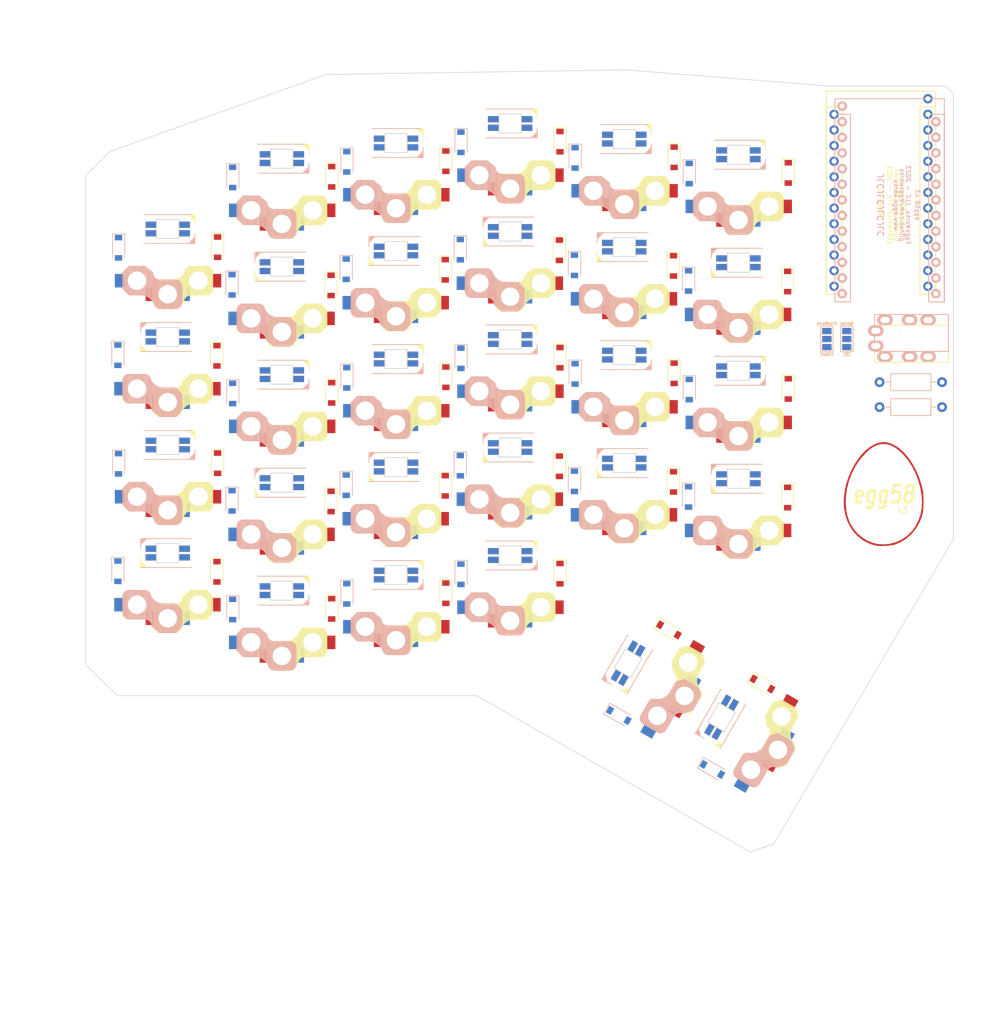
<source format=kicad_pcb>
(kicad_pcb (version 20211014) (generator pcbnew)
  (layers (0 "F.Cu" signal) (31 "B.Cu" signal) (34 "B.Paste" user) (35 "F.Paste" user) (36 "B.SilkS" user "B.Silkscreen") (37 "F.SilkS" user "F.Silkscreen") (38 "B.Mask" user) (39 "F.Mask" user) (44 "Edge.Cuts" user))
  (net 0 "")
  (net 1 "Row1")
  (net 2 "Row2")
  (net 3 "Row3")
  (net 4 "Row4")
  (net 5 "Row5")
  (net 6 "Col1")
  (net 7 "Col2")
  (net 8 "Col3")
  (net 9 "Col4")
  (net 10 "Col5")
  (net 11 "Col6")
  (net 12 "GND")
  (net 17 "Net-(SW11-Pad2)")
  (net 18 "RGB")
  (net 19 "Net-(SW12-Pad4)")
  (net 20 "Net-(SW14-Pad4)")
  (net 21 "Net-(SW21-Pad2)")
  (net 22 "Net-(SW23-Pad2)")
  (net 23 "Net-(SW25-Pad2)")
  (net 24 "Net-(SW31-Pad2)")
  (net 25 "Net-(SW32-Pad4)")
  (net 26 "Net-(SW34-Pad4)")
  (net 27 "Net-(SW41-Pad2)")
  (net 28 "Net-(SW43-Pad2)")
  (net 29 "Net-(SW45-Pad2)")
  (net 30 "Net-(SW11-Pad4)")
  (net 31 "Net-(SW13-Pad4)")
  (net 32 "Net-(SW15-Pad4)")
  (net 33 "Net-(SW22-Pad2)")
  (net 34 "Net-(SW24-Pad2)")
  (net 35 "Net-(SW26-Pad2)")
  (net 36 "Net-(SW31-Pad4)")
  (net 37 "Net-(SW33-Pad4)")
  (net 38 "Net-(SW35-Pad4)")
  (net 39 "Net-(SW42-Pad2)")
  (net 40 "Net-(SW44-Pad2)")
  (net 41 "Net-(SW46-Pad2)")
  (net 42 "Net-(SW52-Pad4)")
  (net 43 "Net-(SW53-Pad4)")
  (net 44 "Net-(SW54-Pad4)")
  (net 45 "Net-(SW55-Pad4)")
  (net 47 "SCL")
  (net 48 "SDA")
  (net 49 "VCC")
  (net 50 "VBUS")
  (net 51 "Net-(SW11-Pad6)")
  (net 52 "Net-(SW12-Pad6)")
  (net 53 "Net-(SW13-Pad6)")
  (net 54 "Net-(SW14-Pad6)")
  (net 55 "Net-(SW15-Pad6)")
  (net 56 "Net-(SW16-Pad6)")
  (net 57 "Net-(SW21-Pad6)")
  (net 58 "Net-(SW22-Pad6)")
  (net 59 "Net-(SW23-Pad6)")
  (net 60 "Net-(SW24-Pad6)")
  (net 61 "Net-(SW25-Pad6)")
  (net 62 "Net-(SW26-Pad6)")
  (net 63 "Net-(SW31-Pad6)")
  (net 64 "Net-(SW32-Pad6)")
  (net 65 "Net-(SW33-Pad6)")
  (net 66 "Net-(SW34-Pad6)")
  (net 67 "Net-(SW35-Pad6)")
  (net 68 "Net-(SW36-Pad6)")
  (net 69 "Net-(SW41-Pad6)")
  (net 70 "Net-(SW42-Pad6)")
  (net 71 "Net-(SW43-Pad6)")
  (net 72 "Net-(SW44-Pad6)")
  (net 73 "Net-(SW45-Pad6)")
  (net 74 "Net-(SW46-Pad6)")
  (net 75 "Net-(SW52-Pad6)")
  (net 76 "Net-(SW53-Pad6)")
  (net 77 "Net-(SW54-Pad6)")
  (net 78 "Net-(SW55-Pad6)")
  (net 79 "Net-(SW56-Pad6)")
  (net 80 "DATA")
  (net 81 "SERIAL")
  (net 82 "VREG")
  (footprint "egg58v2:ProMicro" (layer "F.Cu") (at 166.920335 59.855589)
    (fp_text reference "U1" hide)
    (fp_text value "Elite-C" hide)
  )
  (footprint "egg58v2:Choc_Hotswap_SK6812MiniE" (layer "F.Cu") (at 142.545335 56.350589 180)
    (fp_text reference "SW16" hide)
    (fp_text value "SW_PUSH_LED" hide)
    (fp_line (start 1.8 3.149) (end -1.8 3.149) (layer "Edge.Cuts") (width 0.12))
    (fp_line (start 1.8 6.249) (end 1.8 3.149) (layer "Edge.Cuts") (width 0.12))
    (fp_line (start -1.8 3.149) (end -1.8 6.249) (layer "Edge.Cuts") (width 0.12))
    (fp_line (start -1.8 6.249) (end 1.8 6.249) (layer "Edge.Cuts") (width 0.12))
  )
  (footprint "egg58v2:Choc_Hotswap_SK6812MiniE" (layer "F.Cu") (at 123.995335 53.810589 180)
    (fp_text reference "SW15" hide)
    (fp_text value "SW_PUSH_LED" hide)
    (fp_line (start -1.8 3.149) (end -1.8 6.249) (layer "Edge.Cuts") (width 0.12))
    (fp_line (start -1.8 6.249) (end 1.8 6.249) (layer "Edge.Cuts") (width 0.12))
    (fp_line (start 1.8 6.249) (end 1.8 3.149) (layer "Edge.Cuts") (width 0.12))
    (fp_line (start 1.8 3.149) (end -1.8 3.149) (layer "Edge.Cuts") (width 0.12))
  )
  (footprint "egg58v2:Choc_Hotswap_SK6812MiniE" (layer "F.Cu") (at 49.795335 103.515589 180)
    (fp_text reference "SW31" hide)
    (fp_text value "SW_PUSH_LED" hide)
    (fp_line (start 1.8 6.249) (end 1.8 3.149) (layer "Edge.Cuts") (width 0.12))
    (fp_line (start -1.8 6.249) (end 1.8 6.249) (layer "Edge.Cuts") (width 0.12))
    (fp_line (start -1.8 3.149) (end -1.8 6.249) (layer "Edge.Cuts") (width 0.12))
    (fp_line (start 1.8 3.149) (end -1.8 3.149) (layer "Edge.Cuts") (width 0.12))
  )
  (footprint "egg58v2:Choc_Hotswap_SK6812MiniE" (layer "F.Cu") (at 105.445335 121.470589 180)
    (fp_text reference "SW54" hide)
    (fp_text value "SW_PUSH_LED" hide)
    (fp_line (start 1.8 6.249) (end 1.8 3.149) (layer "Edge.Cuts") (width 0.12))
    (fp_line (start -1.8 3.149) (end -1.8 6.249) (layer "Edge.Cuts") (width 0.12))
    (fp_line (start -1.8 6.249) (end 1.8 6.249) (layer "Edge.Cuts") (width 0.12))
    (fp_line (start 1.8 3.149) (end -1.8 3.149) (layer "Edge.Cuts") (width 0.12))
  )
  (footprint "egg58v2:Choc_Hotswap_SK6812MiniE" (layer "F.Cu") (at 49.795335 68.415169 180)
    (fp_text reference "SW11" hide)
    (fp_text value "SW_PUSH_LED" hide)
    (fp_line (start -1.8 6.249) (end 1.8 6.249) (layer "Edge.Cuts") (width 0.12))
    (fp_line (start 1.8 3.149) (end -1.8 3.149) (layer "Edge.Cuts") (width 0.12))
    (fp_line (start -1.8 3.149) (end -1.8 6.249) (layer "Edge.Cuts") (width 0.12))
    (fp_line (start 1.8 6.249) (end 1.8 3.149) (layer "Edge.Cuts") (width 0.12))
  )
  (footprint "egg58v2:egg58logo" (layer "F.Cu") (at 166.170335 106.855589)
    (fp_text reference "#LOGO1" hide)
    (fp_text value "LOGO" hide)
  )
  (footprint "egg58v2:Choc_Hotswap_SK6812MiniE" (layer "F.Cu") (at 142.545335 91.450589 180)
    (fp_text reference "SW36" hide)
    (fp_text value "SW_PUSH_LED" hide)
    (fp_line (start -1.8 6.249) (end 1.8 6.249) (layer "Edge.Cuts") (width 0.12))
    (fp_line (start 1.8 6.249) (end 1.8 3.149) (layer "Edge.Cuts") (width 0.12))
    (fp_line (start -1.8 3.149) (end -1.8 6.249) (layer "Edge.Cuts") (width 0.12))
    (fp_line (start 1.8 3.149) (end -1.8 3.149) (layer "Edge.Cuts") (width 0.12))
  )
  (footprint "egg58v2:Choc_Hotswap_SK6812MiniE" (layer "F.Cu") (at 105.445335 86.370589 180)
    (fp_text reference "SW34" hide)
    (fp_text value "SW_PUSH_LED" hide)
    (fp_line (start 1.8 3.149) (end -1.8 3.149) (layer "Edge.Cuts") (width 0.12))
    (fp_line (start -1.8 3.149) (end -1.8 6.249) (layer "Edge.Cuts") (width 0.12))
    (fp_line (start 1.8 6.249) (end 1.8 3.149) (layer "Edge.Cuts") (width 0.12))
    (fp_line (start -1.8 6.249) (end 1.8 6.249) (layer "Edge.Cuts") (width 0.12))
  )
  (footprint "egg58v2:Choc_Hotswap_SK6812MiniE" (layer "F.Cu") (at 86.895335 54.445589 180)
    (fp_text reference "SW13" hide)
    (fp_text value "SW_PUSH_LED" hide)
    (fp_line (start 1.8 3.149) (end -1.8 3.149) (layer "Edge.Cuts") (width 0.12))
    (fp_line (start -1.8 3.149) (end -1.8 6.249) (layer "Edge.Cuts") (width 0.12))
    (fp_line (start -1.8 6.249) (end 1.8 6.249) (layer "Edge.Cuts") (width 0.12))
    (fp_line (start 1.8 6.249) (end 1.8 3.149) (layer "Edge.Cuts") (width 0.12))
  )
  (footprint "egg58v2:Choc_Hotswap_SK6812MiniE" (layer "F.Cu") (at 68.345335 92.085589 180)
    (fp_text reference "SW32" hide)
    (fp_text value "SW_PUSH_LED" hide)
    (fp_line (start 1.8 3.149) (end -1.8 3.149) (layer "Edge.Cuts") (width 0.12))
    (fp_line (start 1.8 6.249) (end 1.8 3.149) (layer "Edge.Cuts") (width 0.12))
    (fp_line (start -1.8 6.249) (end 1.8 6.249) (layer "Edge.Cuts") (width 0.12))
    (fp_line (start -1.8 3.149) (end -1.8 6.249) (layer "Edge.Cuts") (width 0.12))
  )
  (footprint "egg58v2:Choc_Hotswap_SK6812MiniE" (layer "F.Cu") (at 68.345335 127.185589 180)
    (fp_text reference "SW52" hide)
    (fp_text value "SW_PUSH_LED" hide)
    (fp_line (start 1.8 6.249) (end 1.8 3.149) (layer "Edge.Cuts") (width 0.12))
    (fp_line (start -1.8 3.149) (end -1.8 6.249) (layer "Edge.Cuts") (width 0.12))
    (fp_line (start -1.8 6.249) (end 1.8 6.249) (layer "Edge.Cuts") (width 0.12))
    (fp_line (start 1.8 3.149) (end -1.8 3.149) (layer "Edge.Cuts") (width 0.12))
  )
  (footprint "egg58v2:Choc_Hotswap_SK6812MiniE" (layer "F.Cu") (at 105.445335 51.270589 180)
    (fp_text reference "SW14" hide)
    (fp_text value "SW_PUSH_LED" hide)
    (fp_line (start 1.8 6.249) (end 1.8 3.149) (layer "Edge.Cuts") (width 0.12))
    (fp_line (start -1.8 6.249) (end 1.8 6.249) (layer "Edge.Cuts") (width 0.12))
    (fp_line (start 1.8 3.149) (end -1.8 3.149) (layer "Edge.Cuts") (width 0.12))
    (fp_line (start -1.8 3.149) (end -1.8 6.249) (layer "Edge.Cuts") (width 0.12))
  )
  (footprint "egg58v2:Choc_Hotswap_SK6812MiniE" (layer "F.Cu") (at 123.995335 88.910589 180)
    (fp_text reference "SW35" hide)
    (fp_text value "SW_PUSH_LED" hide)
    (fp_line (start -1.8 3.149) (end -1.8 6.249) (layer "Edge.Cuts") (width 0.12))
    (fp_line (start 1.8 6.249) (end 1.8 3.149) (layer "Edge.Cuts") (width 0.12))
    (fp_line (start 1.8 3.149) (end -1.8 3.149) (layer "Edge.Cuts") (width 0.12))
    (fp_line (start -1.8 6.249) (end 1.8 6.249) (layer "Edge.Cuts") (width 0.12))
  )
  (footprint "egg58v2:Choc_Hotswap_SK6812MiniE" (layer "F.Cu") (at 86.895335 124.645589 180)
    (fp_text reference "SW53" hide)
    (fp_text value "SW_PUSH_LED" hide)
    (fp_line (start -1.8 3.149) (end -1.8 6.249) (layer "Edge.Cuts") (width 0.12))
    (fp_line (start 1.8 3.149) (end -1.8 3.149) (layer "Edge.Cuts") (width 0.12))
    (fp_line (start -1.8 6.249) (end 1.8 6.249) (layer "Edge.Cuts") (width 0.12))
    (fp_line (start 1.8 6.249) (end 1.8 3.149) (layer "Edge.Cuts") (width 0.12))
  )
  (footprint "egg58v2:Choc_Hotswap_SK6812MiniE" (layer "F.Cu") (at 86.895335 89.545589 180)
    (fp_text reference "SW33" hide)
    (fp_text value "SW_PUSH_LED" hide)
    (fp_line (start -1.8 3.149) (end -1.8 6.249) (layer "Edge.Cuts") (width 0.12))
    (fp_line (start -1.8 6.249) (end 1.8 6.249) (layer "Edge.Cuts") (width 0.12))
    (fp_line (start 1.8 6.249) (end 1.8 3.149) (layer "Edge.Cuts") (width 0.12))
    (fp_line (start 1.8 3.149) (end -1.8 3.149) (layer "Edge.Cuts") (width 0.12))
  )
  (footprint "egg58v2:Choc_Hotswap_SK6812MiniE" (layer "F.Cu") (at 68.345335 56.985589 180)
    (fp_text reference "SW12" hide)
    (fp_text value "SW_PUSH_LED" hide)
    (fp_line (start 1.8 6.249) (end 1.8 3.149) (layer "Edge.Cuts") (width 0.12))
    (fp_line (start -1.8 6.249) (end 1.8 6.249) (layer "Edge.Cuts") (width 0.12))
    (fp_line (start 1.8 3.149) (end -1.8 3.149) (layer "Edge.Cuts") (width 0.12))
    (fp_line (start -1.8 3.149) (end -1.8 6.249) (layer "Edge.Cuts") (width 0.12))
  )
  (footprint "egg58v2:MJ-4PP-9" (layer "B.Cu") (at 176.670335 80.605589 90)
    (fp_text reference "J1")
    (fp_text value "AudioJack4" hide)
  )
  (footprint "egg58v2:Choc_Hotswap_SK6812MiniE" (layer "B.Cu") (at 68.345335 74.535589)
    (fp_text reference "SW22" hide)
    (fp_text value "SW_PUSH_LED" hide)
    (fp_line (start 1.8 -3.149) (end -1.8 -3.149) (layer "Edge.Cuts") (width 0.12))
    (fp_line (start -1.8 -6.249) (end 1.8 -6.249) (layer "Edge.Cuts") (width 0.12))
    (fp_line (start -1.8 -3.149) (end -1.8 -6.249) (layer "Edge.Cuts") (width 0.12))
    (fp_line (start 1.8 -6.249) (end 1.8 -3.149) (layer "Edge.Cuts") (width 0.12))
  )
  (footprint "egg58v2:Choc_Hotswap_SK6812MiniE" (layer "B.Cu") (at 143.87136 145.400435 60)
    (fp_text reference "SW56" hide)
    (fp_text value "SW_PUSH_LED" hide)
    (fp_line (start -1.8 -6.249) (end 1.8 -6.249) (layer "Edge.Cuts") (width 0.12))
    (fp_line (start 1.8 -6.249) (end 1.8 -3.149) (layer "Edge.Cuts") (width 0.12))
    (fp_line (start -1.8 -3.149) (end -1.8 -6.249) (layer "Edge.Cuts") (width 0.12))
    (fp_line (start 1.8 -3.149) (end -1.8 -3.149) (layer "Edge.Cuts") (width 0.12))
  )
  (footprint "egg58v2:Choc_Hotswap_SK6812MiniE" (layer "B.Cu") (at 123.995335 106.460589)
    (fp_text reference "SW45" hide)
    (fp_text value "SW_PUSH_LED" hide)
    (fp_line (start -1.8 -6.249) (end 1.8 -6.249) (layer "Edge.Cuts") (width 0.12))
    (fp_line (start -1.8 -3.149) (end -1.8 -6.249) (layer "Edge.Cuts") (width 0.12))
    (fp_line (start 1.8 -6.249) (end 1.8 -3.149) (layer "Edge.Cuts") (width 0.12))
    (fp_line (start 1.8 -3.149) (end -1.8 -3.149) (layer "Edge.Cuts") (width 0.12))
  )
  (footprint "egg58v2:Choc_Hotswap_SK6812MiniE" (layer "B.Cu") (at 86.895335 71.995589)
    (fp_text reference "SW23" hide)
    (fp_text value "SW_PUSH_LED" hide)
    (fp_line (start -1.8 -3.149) (end -1.8 -6.249) (layer "Edge.Cuts") (width 0.12))
    (fp_line (start -1.8 -6.249) (end 1.8 -6.249) (layer "Edge.Cuts") (width 0.12))
    (fp_line (start 1.8 -3.149) (end -1.8 -3.149) (layer "Edge.Cuts") (width 0.12))
    (fp_line (start 1.8 -6.249) (end 1.8 -3.149) (layer "Edge.Cuts") (width 0.12))
  )
  (footprint "egg58v2:SolderJumper-3_P1.3mm_Open_Pad1.0x1.5mm_NumberLabels" (layer "B.Cu") (at 156.920335 81.605589 -90)
    (fp_text reference "JP1" hide)
    (fp_text value "Jumper_NC_Dual-Device")
  )
  (footprint "egg58v2:Choc_Hotswap_SK6812MiniE" (layer "B.Cu") (at 49.795335 121.065589)
    (fp_text reference "SW41" hide)
    (fp_text value "SW_PUSH_LED" hide)
    (fp_line (start -1.8 -3.149) (end -1.8 -6.249) (layer "Edge.Cuts") (width 0.12))
    (fp_line (start 1.8 -3.149) (end -1.8 -3.149) (layer "Edge.Cuts") (width 0.12))
    (fp_line (start -1.8 -6.249) (end 1.8 -6.249) (layer "Edge.Cuts") (width 0.12))
    (fp_line (start 1.8 -6.249) (end 1.8 -3.149) (layer "Edge.Cuts") (width 0.12))
  )
  (footprint "egg58v2:egg58url" (layer "B.Cu") (at 169.170335 59.855589 -90)
    (fp_text reference "#SYM1" hide)
    (fp_text value "egg58url")
  )
  (footprint "egg58v2:SolderJumper-3_P1.3mm_Open_Pad1.0x1.5mm_NumberLabels" (layer "B.Cu") (at 160.170335 81.605589 -90)
    (fp_text reference "JP2" hide)
    (fp_text value "Jumper_NC_Dual-Device")
  )
  (footprint "egg58v2:R_Axial_DIN0207_L6.3mm_D2.5mm_P10.16mm_Horizontal" (layer "B.Cu") (at 165.480335 88.605589)
    (fp_text reference "R1" hide)
    (fp_text value "100k")
  )
  (footprint "egg58v2:R_Axial_DIN0207_L6.3mm_D2.5mm_P10.16mm_Horizontal" (layer "B.Cu") (at 165.480335 92.655589)
    (fp_text reference "R2" hide)
    (fp_text value "100k")
  )
  (footprint "egg58v2:Choc_Hotswap_SK6812MiniE" (layer "B.Cu") (at 142.545335 109.000589)
    (fp_text reference "SW46" hide)
    (fp_text value "SW_PUSH_LED" hide)
    (fp_line (start -1.8 -3.149) (end -1.8 -6.249) (layer "Edge.Cuts") (width 0.12))
    (fp_line (start 1.8 -3.149) (end -1.8 -3.149) (layer "Edge.Cuts") (width 0.12))
    (fp_line (start 1.8 -6.249) (end 1.8 -3.149) (layer "Edge.Cuts") (width 0.12))
    (fp_line (start -1.8 -6.249) (end 1.8 -6.249) (layer "Edge.Cuts") (width 0.12))
  )
  (footprint "egg58v2:Choc_Hotswap_SK6812MiniE" (layer "B.Cu") (at 128.673826 136.62099 60)
    (fp_text reference "SW55" hide)
    (fp_text value "SW_PUSH_LED" hide)
    (fp_line (start -1.8 -3.149) (end -1.8 -6.249) (layer "Edge.Cuts") (width 0.12))
    (fp_line (start 1.8 -3.149) (end -1.8 -3.149) (layer "Edge.Cuts") (width 0.12))
    (fp_line (start -1.8 -6.249) (end 1.8 -6.249) (layer "Edge.Cuts") (width 0.12))
    (fp_line (start 1.8 -6.249) (end 1.8 -3.149) (layer "Edge.Cuts") (width 0.12))
  )
  (footprint "egg58v2:Choc_Hotswap_SK6812MiniE" (layer "B.Cu") (at 105.445335 103.920589)
    (fp_text reference "SW44" hide)
    (fp_text value "SW_PUSH_LED" hide)
    (fp_line (start -1.8 -6.249) (end 1.8 -6.249) (layer "Edge.Cuts") (width 0.12))
    (fp_line (start -1.8 -3.149) (end -1.8 -6.249) (layer "Edge.Cuts") (width 0.12))
    (fp_line (start 1.8 -3.149) (end -1.8 -3.149) (layer "Edge.Cuts") (width 0.12))
    (fp_line (start 1.8 -6.249) (end 1.8 -3.149) (layer "Edge.Cuts") (width 0.12))
  )
  (footprint "egg58v2:Choc_Hotswap_SK6812MiniE" (layer "B.Cu") (at 105.445335 68.820589)
    (fp_text reference "SW24" hide)
    (fp_text value "SW_PUSH_LED" hide)
    (fp_line (start -1.8 -6.249) (end 1.8 -6.249) (layer "Edge.Cuts") (width 0.12))
    (fp_line (start -1.8 -3.149) (end -1.8 -6.249) (layer "Edge.Cuts") (width 0.12))
    (fp_line (start 1.8 -3.149) (end -1.8 -3.149) (layer "Edge.Cuts") (width 0.12))
    (fp_line (start 1.8 -6.249) (end 1.8 -3.149) (layer "Edge.Cuts") (width 0.12))
  )
  (footprint "egg58v2:Choc_Hotswap_SK6812MiniE" (layer "B.Cu") (at 86.895335 107.095589)
    (fp_text reference "SW43" hide)
    (fp_text value "SW_PUSH_LED" hide)
    (fp_line (start -1.8 -6.249) (end 1.8 -6.249) (layer "Edge.Cuts") (width 0.12))
    (fp_line (start -1.8 -3.149) (end -1.8 -6.249) (layer "Edge.Cuts") (width 0.12))
    (fp_line (start 1.8 -3.149) (end -1.8 -3.149) (layer "Edge.Cuts") (width 0.12))
    (fp_line (start 1.8 -6.249) (end 1.8 -3.149) (layer "Edge.Cuts") (width 0.12))
  )
  (footprint "egg58v2:Choc_Hotswap_SK6812MiniE" (layer "B.Cu") (at 49.795335 85.965589)
    (fp_text reference "SW21" hide)
    (fp_text value "SW_PUSH_LED" hide)
    (fp_line (start -1.8 -6.249) (end 1.8 -6.249) (layer "Edge.Cuts") (width 0.12))
    (fp_line (start 1.8 -3.149) (end -1.8 -3.149) (layer "Edge.Cuts") (width 0.12))
    (fp_line (start 1.8 -6.249) (end 1.8 -3.149) (layer "Edge.Cuts") (width 0.12))
    (fp_line (start -1.8 -3.149) (end -1.8 -6.249) (layer "Edge.Cuts") (width 0.12))
  )
  (footprint "egg58v2:Choc_Hotswap_SK6812MiniE" (layer "B.Cu") (at 68.345335 109.635589)
    (fp_text reference "SW42" hide)
    (fp_text value "SW_PUSH_LED" hide)
    (fp_line (start -1.8 -3.149) (end -1.8 -6.249) (layer "Edge.Cuts") (width 0.12))
    (fp_line (start -1.8 -6.249) (end 1.8 -6.249) (layer "Edge.Cuts") (width 0.12))
    (fp_line (start 1.8 -6.249) (end 1.8 -3.149) (layer "Edge.Cuts") (width 0.12))
    (fp_line (start 1.8 -3.149) (end -1.8 -3.149) (layer "Edge.Cuts") (width 0.12))
  )
  (footprint "egg58v2:Choc_Hotswap_SK6812MiniE" (layer "B.Cu") (at 142.545335 73.900589)
    (fp_text reference "SW26" hide)
    (fp_text value "SW_PUSH_LED" hide)
    (fp_line (start -1.8 -6.249) (end 1.8 -6.249) (layer "Edge.Cuts") (width 0.12))
    (fp_line (start 1.8 -3.149) (end -1.8 -3.149) (layer "Edge.Cuts") (width 0.12))
    (fp_line (start -1.8 -3.149) (end -1.8 -6.249) (layer "Edge.Cuts") (width 0.12))
    (fp_line (start 1.8 -6.249) (end 1.8 -3.149) (layer "Edge.Cuts") (width 0.12))
  )
  (footprint "egg58v2:Choc_Hotswap_SK6812MiniE" (layer "B.Cu") (at 123.995335 71.360589)
    (fp_text reference "SW25" hide)
    (fp_text value "SW_PUSH_LED" hide)
    (fp_line (start 1.8 -3.149) (end -1.8 -3.149) (layer "Edge.Cuts") (width 0.12))
    (fp_line (start -1.8 -6.249) (end 1.8 -6.249) (layer "Edge.Cuts") (width 0.12))
    (fp_line (start 1.8 -6.249) (end 1.8 -3.149) (layer "Edge.Cuts") (width 0.12))
    (fp_line (start -1.8 -3.149) (end -1.8 -6.249) (layer "Edge.Cuts") (width 0.12))
  )
  (gr_poly (pts (xy 40.420335 51.105589) (xy 36.420335 55.105589) (xy 36.420335 134.455589) (xy 41.580335 139.535589) (xy 100.000335 139.535589) (xy 144.450335 164.935589) (xy 148.260335 163.665589) (xy 177.470335 114.135589) (xy 177.470335 41.745589) (xy 176.200335 40.475589) (xy 157.150335 40.475589) (xy 124.170335 37.855589) (xy 75.540335 38.605589)) (layer "Edge.Cuts") (width 0.1) (fill none))
)
</source>
